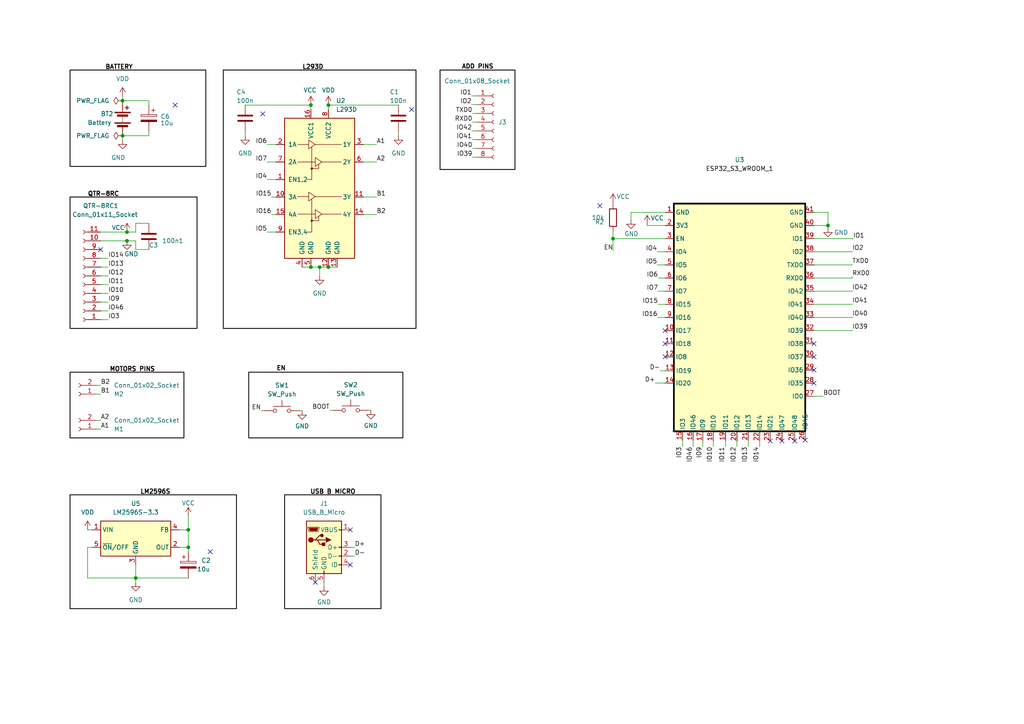
<source format=kicad_sch>
(kicad_sch (version 20231120) (generator "eeschema") (generator_version "8.0")
  (paper "A4")
  (title_block (title "LINEFOLLOWER SCHEMATIC") (date "2024-05-27") (rev "v0") (company "N/A") (comment 1 "N/A"))
  (lib_symbols
    (symbol "Connector:Conn_01x02_Socket" (pin_names (offset 1.016) hide)
      (property "Reference" "J" (at 0 2.54 0))
      (property "Value" "Conn_01x02_Socket" (at 0 -5.08 0))
      (symbol "Conn_01x02_Socket_1_1"
        (arc (start 0 -2.032) (mid -0.5058 -2.54) (end 0 -3.048) (stroke (width 0.1524)))
        (polyline (pts (xy -1.27 -2.54) (xy -0.508 -2.54)) (stroke (width 0.1524)))
        (polyline (pts (xy -1.27 0) (xy -0.508 0)) (stroke (width 0.1524)))
        (arc (start 0 0.508) (mid -0.5058 0) (end 0 -0.508) (stroke (width 0.1524)))
        (pin passive line (at -5.08 0 0) (length 3.81) (name "Pin_1") (number "1"))
        (pin passive line (at -5.08 -2.54 0) (length 3.81) (name "Pin_2") (number "2"))
      )
    )
    (symbol "Connector:Conn_01x08_Socket" (pin_names (offset 1.016) hide)
      (property "Reference" "J" (at 0 10.16 0))
      (property "Value" "Conn_01x08_Socket" (at 0 -12.7 0))
      (symbol "Conn_01x08_Socket_1_1"
        (arc (start 0 -9.652) (mid -0.5058 -10.16) (end 0 -10.668) (stroke (width 0.1524)))
        (arc (start 0 -7.112) (mid -0.5058 -7.62) (end 0 -8.128) (stroke (width 0.1524)))
        (arc (start 0 -4.572) (mid -0.5058 -5.08) (end 0 -5.588) (stroke (width 0.1524)))
        (arc (start 0 -2.032) (mid -0.5058 -2.54) (end 0 -3.048) (stroke (width 0.1524)))
        (polyline (pts (xy -1.27 -10.16) (xy -0.508 -10.16)) (stroke (width 0.1524)))
        (polyline (pts (xy -1.27 -7.62) (xy -0.508 -7.62)) (stroke (width 0.1524)))
        (polyline (pts (xy -1.27 -5.08) (xy -0.508 -5.08)) (stroke (width 0.1524)))
        (polyline (pts (xy -1.27 -2.54) (xy -0.508 -2.54)) (stroke (width 0.1524)))
        (polyline (pts (xy -1.27 0) (xy -0.508 0)) (stroke (width 0.1524)))
        (polyline (pts (xy -1.27 2.54) (xy -0.508 2.54)) (stroke (width 0.1524)))
        (polyline (pts (xy -1.27 5.08) (xy -0.508 5.08)) (stroke (width 0.1524)))
        (polyline (pts (xy -1.27 7.62) (xy -0.508 7.62)) (stroke (width 0.1524)))
        (arc (start 0 0.508) (mid -0.5058 0) (end 0 -0.508) (stroke (width 0.1524)))
        (arc (start 0 3.048) (mid -0.5058 2.54) (end 0 2.032) (stroke (width 0.1524)))
        (arc (start 0 5.588) (mid -0.5058 5.08) (end 0 4.572) (stroke (width 0.1524)))
        (arc (start 0 8.128) (mid -0.5058 7.62) (end 0 7.112) (stroke (width 0.1524)))
        (pin passive line (at -5.08 7.62 0) (length 3.81) (name "Pin_1") (number "1"))
        (pin passive line (at -5.08 5.08 0) (length 3.81) (name "Pin_2") (number "2"))
        (pin passive line (at -5.08 2.54 0) (length 3.81) (name "Pin_3") (number "3"))
        (pin passive line (at -5.08 0 0) (length 3.81) (name "Pin_4") (number "4"))
        (pin passive line (at -5.08 -2.54 0) (length 3.81) (name "Pin_5") (number "5"))
        (pin passive line (at -5.08 -5.08 0) (length 3.81) (name "Pin_6") (number "6"))
        (pin passive line (at -5.08 -7.62 0) (length 3.81) (name "Pin_7") (number "7"))
        (pin passive line (at -5.08 -10.16 0) (length 3.81) (name "Pin_8") (number "8"))
      )
    )
    (symbol "Connector:Conn_01x11_Socket" (pin_names (offset 1.016) hide)
      (property "Reference" "J" (at 0 15.24 0))
      (property "Value" "Conn_01x11_Socket" (at 0 -15.24 0))
      (symbol "Conn_01x11_Socket_1_1"
        (arc (start 0 -12.192) (mid -0.5058 -12.7) (end 0 -13.208) (stroke (width 0.1524)))
        (arc (start 0 -9.652) (mid -0.5058 -10.16) (end 0 -10.668) (stroke (width 0.1524)))
        (arc (start 0 -7.112) (mid -0.5058 -7.62) (end 0 -8.128) (stroke (width 0.1524)))
        (arc (start 0 -4.572) (mid -0.5058 -5.08) (end 0 -5.588) (stroke (width 0.1524)))
        (arc (start 0 -2.032) (mid -0.5058 -2.54) (end 0 -3.048) (stroke (width 0.1524)))
        (polyline (pts (xy -1.27 -12.7) (xy -0.508 -12.7)) (stroke (width 0.1524)))
        (polyline (pts (xy -1.27 -10.16) (xy -0.508 -10.16)) (stroke (width 0.1524)))
        (polyline (pts (xy -1.27 -7.62) (xy -0.508 -7.62)) (stroke (width 0.1524)))
        (polyline (pts (xy -1.27 -5.08) (xy -0.508 -5.08)) (stroke (width 0.1524)))
        (polyline (pts (xy -1.27 -2.54) (xy -0.508 -2.54)) (stroke (width 0.1524)))
        (polyline (pts (xy -1.27 0) (xy -0.508 0)) (stroke (width 0.1524)))
        (polyline (pts (xy -1.27 2.54) (xy -0.508 2.54)) (stroke (width 0.1524)))
        (polyline (pts (xy -1.27 5.08) (xy -0.508 5.08)) (stroke (width 0.1524)))
        (polyline (pts (xy -1.27 7.62) (xy -0.508 7.62)) (stroke (width 0.1524)))
        (polyline (pts (xy -1.27 10.16) (xy -0.508 10.16)) (stroke (width 0.1524)))
        (polyline (pts (xy -1.27 12.7) (xy -0.508 12.7)) (stroke (width 0.1524)))
        (arc (start 0 0.508) (mid -0.5058 0) (end 0 -0.508) (stroke (width 0.1524)))
        (arc (start 0 3.048) (mid -0.5058 2.54) (end 0 2.032) (stroke (width 0.1524)))
        (arc (start 0 5.588) (mid -0.5058 5.08) (end 0 4.572) (stroke (width 0.1524)))
        (arc (start 0 8.128) (mid -0.5058 7.62) (end 0 7.112) (stroke (width 0.1524)))
        (arc (start 0 10.668) (mid -0.5058 10.16) (end 0 9.652) (stroke (width 0.1524)))
        (arc (start 0 13.208) (mid -0.5058 12.7) (end 0 12.192) (stroke (width 0.1524)))
        (pin passive line (at -5.08 12.7 0) (length 3.81) (name "Pin_1") (number "1"))
        (pin passive line (at -5.08 -10.16 0) (length 3.81) (name "Pin_10") (number "10"))
        (pin passive line (at -5.08 -12.7 0) (length 3.81) (name "Pin_11") (number "11"))
        (pin passive line (at -5.08 10.16 0) (length 3.81) (name "Pin_2") (number "2"))
        (pin passive line (at -5.08 7.62 0) (length 3.81) (name "Pin_3") (number "3"))
        (pin passive line (at -5.08 5.08 0) (length 3.81) (name "Pin_4") (number "4"))
        (pin passive line (at -5.08 2.54 0) (length 3.81) (name "Pin_5") (number "5"))
        (pin passive line (at -5.08 0 0) (length 3.81) (name "Pin_6") (number "6"))
        (pin passive line (at -5.08 -2.54 0) (length 3.81) (name "Pin_7") (number "7"))
        (pin passive line (at -5.08 -5.08 0) (length 3.81) (name "Pin_8") (number "8"))
        (pin passive line (at -5.08 -7.62 0) (length 3.81) (name "Pin_9") (number "9"))
      )
    )
    (symbol "Connector:USB_B_Micro" (pin_names (offset 1.016))
      (property "Reference" "J" (at -5.08 11.43 0))
      (property "Value" "USB_B_Micro" (at -5.08 8.89 0))
      (symbol "USB_B_Micro_0_1"
        (rectangle (start -5.08 -7.62) (end 5.08 7.62) (stroke (width 0.254)) (fill (type background)))
        (circle (center -3.81 2.159) (radius 0.635) (stroke (width 0.254)) (fill (type outline)))
        (circle (center -0.635 3.429) (radius 0.381) (stroke (width 0.254)) (fill (type outline)))
        (rectangle (start -0.127 -7.62) (end 0.127 -6.858))
        (polyline (pts (xy -1.905 2.159) (xy 0.635 2.159)) (stroke (width 0.254)))
        (polyline (pts (xy -3.175 2.159) (xy -2.54 2.159) (xy -1.27 3.429) (xy -0.635 3.429)) (stroke (width 0.254)))
        (polyline (pts (xy -2.54 2.159) (xy -1.905 2.159) (xy -1.27 0.889) (xy 0 0.889)) (stroke (width 0.254)))
        (polyline (pts (xy 0.635 2.794) (xy 0.635 1.524) (xy 1.905 2.159) (xy 0.635 2.794)) (stroke (width 0.254)) (fill (type outline)))
        (polyline (pts (xy -4.318 5.588) (xy -1.778 5.588) (xy -2.032 4.826) (xy -4.064 4.826) (xy -4.318 5.588)) (fill (type outline)))
        (polyline (pts (xy -4.699 5.842) (xy -4.699 5.588) (xy -4.445 4.826) (xy -4.445 4.572) (xy -1.651 4.572) (xy -1.651 4.826) (xy -1.397 5.588) (xy -1.397 5.842) (xy -4.699 5.842)))
        (rectangle (start 0.254 1.27) (end -0.508 0.508) (stroke (width 0.254)) (fill (type outline)))
        (rectangle (start 5.08 -5.207) (end 4.318 -4.953))
        (rectangle (start 5.08 -2.667) (end 4.318 -2.413))
        (rectangle (start 5.08 -0.127) (end 4.318 0.127))
        (rectangle (start 5.08 4.953) (end 4.318 5.207))
      )
      (symbol "USB_B_Micro_1_1"
        (pin power_out line (at 7.62 5.08 180) (length 2.54) (name "VBUS") (number "1"))
        (pin bidirectional line (at 7.62 -2.54 180) (length 2.54) (name "D-") (number "2"))
        (pin bidirectional line (at 7.62 0 180) (length 2.54) (name "D+") (number "3"))
        (pin passive line (at 7.62 -5.08 180) (length 2.54) (name "ID") (number "4"))
        (pin power_out line (at 0 -10.16 90) (length 2.54) (name "GND") (number "5"))
        (pin passive line (at -2.54 -10.16 90) (length 2.54) (name "Shield") (number "6"))
      )
    )
    (symbol "Device:Battery" (pin_numbers hide) (pin_names (offset 0) hide)
      (property "Reference" "BT" (at 2.54 2.54 0))
      (property "Value" "Battery" (at 2.54 0 0))
      (symbol "Battery_0_1"
        (rectangle (start -2.286 -1.27) (end 2.286 -1.524) (fill (type outline)))
        (rectangle (start -2.286 1.778) (end 2.286 1.524) (fill (type outline)))
        (rectangle (start -1.524 -2.032) (end 1.524 -2.54) (fill (type outline)))
        (rectangle (start -1.524 1.016) (end 1.524 0.508) (fill (type outline)))
        (polyline (pts (xy 0 -1.016) (xy 0 -0.762)))
        (polyline (pts (xy 0 -0.508) (xy 0 -0.254)))
        (polyline (pts (xy 0 0) (xy 0 0.254)))
        (polyline (pts (xy 0 1.778) (xy 0 2.54)))
        (polyline (pts (xy 0.762 3.048) (xy 1.778 3.048)) (stroke (width 0.254)))
        (polyline (pts (xy 1.27 3.556) (xy 1.27 2.54)) (stroke (width 0.254)))
      )
      (symbol "Battery_1_1"
        (pin passive line (at 0 5.08 270) (length 2.54) (name "+") (number "1"))
        (pin passive line (at 0 -5.08 90) (length 2.54) (name "-") (number "2"))
      )
    )
    (symbol "Device:C" (pin_numbers hide) (pin_names (offset 0.254))
      (property "Reference" "C" (at 0.635 2.54 0))
      (property "Value" "C" (at 0.635 -2.54 0))
      (symbol "C_0_1"
        (polyline (pts (xy -2.032 -0.762) (xy 2.032 -0.762)) (stroke (width 0.508)))
        (polyline (pts (xy -2.032 0.762) (xy 2.032 0.762)) (stroke (width 0.508)))
      )
      (symbol "C_1_1"
        (pin passive line (at 0 3.81 270) (length 2.794) (name "~") (number "1"))
        (pin passive line (at 0 -3.81 90) (length 2.794) (name "~") (number "2"))
      )
    )
    (symbol "Device:C_Polarized" (pin_numbers hide) (pin_names (offset 0.254))
      (property "Reference" "C" (at 0.635 2.54 0))
      (property "Value" "C_Polarized" (at 0.635 -2.54 0))
      (symbol "C_Polarized_0_1"
        (rectangle (start -2.286 0.508) (end 2.286 1.016))
        (polyline (pts (xy -1.778 2.286) (xy -0.762 2.286)))
        (polyline (pts (xy -1.27 2.794) (xy -1.27 1.778)))
        (rectangle (start 2.286 -0.508) (end -2.286 -1.016) (fill (type outline)))
      )
      (symbol "C_Polarized_1_1"
        (pin passive line (at 0 3.81 270) (length 2.794) (name "~") (number "1"))
        (pin passive line (at 0 -3.81 90) (length 2.794) (name "~") (number "2"))
      )
    )
    (symbol "Device:R" (pin_numbers hide) (pin_names (offset 0))
      (property "Reference" "R" (at 2.032 0 90))
      (property "Value" "R" (at 0 0 90))
      (symbol "R_0_1"
        (rectangle (start -1.016 -2.54) (end 1.016 2.54) (stroke (width 0.254)))
      )
      (symbol "R_1_1"
        (pin passive line (at 0 3.81 270) (length 1.27) (name "~") (number "1"))
        (pin passive line (at 0 -3.81 90) (length 1.27) (name "~") (number "2"))
      )
    )
    (symbol "Driver_Motor:L293D" (pin_names (offset 1.016))
      (property "Reference" "U2" (at 4.7341 27.94 0))
      (property "Value" "L293D" (at 4.7341 25.4 0))
      (symbol "L293D_0_1"
        (rectangle (start -10.16 22.86) (end 10.16 -17.78) (stroke (width 0.254)) (fill (type background)))
        (circle (center -2.286 -6.858) (radius 0.254) (fill (type outline)))
        (circle (center -2.286 8.255) (radius 0.254) (fill (type outline)))
        (polyline (pts (xy -6.35 -4.953) (xy -1.27 -4.953)))
        (polyline (pts (xy -6.35 0.127) (xy -3.175 0.127)))
        (polyline (pts (xy -6.35 10.16) (xy -1.27 10.16)))
        (polyline (pts (xy -6.35 15.24) (xy -3.175 15.24)))
        (polyline (pts (xy -1.27 0.127) (xy 6.35 0.127)))
        (polyline (pts (xy -1.27 15.24) (xy 6.35 15.24)))
        (polyline (pts (xy 0.635 -4.953) (xy 6.35 -4.953)))
        (polyline (pts (xy 0.635 10.16) (xy 6.35 10.16)))
        (polyline (pts (xy -2.286 -6.858) (xy -0.254 -6.858) (xy -0.254 -5.588)))
        (polyline (pts (xy -2.286 -0.635) (xy -2.286 -10.16) (xy -3.556 -10.16)))
        (polyline (pts (xy -2.286 8.255) (xy -0.254 8.255) (xy -0.254 9.525)))
        (polyline (pts (xy -2.286 14.478) (xy -2.286 5.08) (xy -3.556 5.08)))
        (polyline (pts (xy -3.175 1.397) (xy -3.175 -1.143) (xy -1.27 0.127) (xy -3.175 1.397)))
        (polyline (pts (xy -3.175 16.51) (xy -3.175 13.97) (xy -1.27 15.24) (xy -3.175 16.51)))
        (polyline (pts (xy -1.27 -3.683) (xy -1.27 -6.223) (xy 0.635 -4.953) (xy -1.27 -3.683)))
        (polyline (pts (xy -1.27 11.43) (xy -1.27 8.89) (xy 0.635 10.16) (xy -1.27 11.43)))
      )
      (symbol "L293D_1_1"
        (pin bidirectional line (at -12.7 5.08 0) (length 2.54) (name "EN1,2") (number "1"))
        (pin bidirectional line (at -12.7 0 0) (length 2.54) (name "3A") (number "10"))
        (pin output line (at 12.7 0 180) (length 2.54) (name "3Y") (number "11"))
        (pin power_in line (at 2.54 -20.32 90) (length 2.54) (name "GND") (number "12"))
        (pin power_in line (at 5.08 -20.32 90) (length 2.54) (name "GND") (number "13"))
        (pin output line (at 12.7 -5.08 180) (length 2.54) (name "4Y") (number "14"))
        (pin bidirectional line (at -12.7 -5.08 0) (length 2.54) (name "4A") (number "15"))
        (pin power_in line (at -2.54 25.4 270) (length 2.54) (name "VCC1") (number "16"))
        (pin bidirectional line (at -12.7 15.24 0) (length 2.54) (name "1A") (number "2"))
        (pin output line (at 12.7 15.24 180) (length 2.54) (name "1Y") (number "3"))
        (pin power_in line (at -5.08 -20.32 90) (length 2.54) (name "GND") (number "4"))
        (pin power_in line (at -2.54 -20.32 90) (length 2.54) (name "GND") (number "5"))
        (pin output line (at 12.7 10.16 180) (length 2.54) (name "2Y") (number "6"))
        (pin bidirectional line (at -12.7 10.16 0) (length 2.54) (name "2A") (number "7"))
        (pin power_in line (at 2.54 25.4 270) (length 2.54) (name "VCC2") (number "8"))
        (pin bidirectional line (at -12.7 -10.16 0) (length 2.54) (name "EN3,4") (number "9"))
      )
    )
    (symbol "PWR_FLAG_1" (power) (pin_numbers hide) (pin_names (offset 0) hide)
      (property "Value" "PWR_FLAG_1" (at 0 3.81 90))
      (symbol "PWR_FLAG_1_0_1"
        (polyline (pts (xy 0 0) (xy 0 1.27) (xy -1.016 1.905) (xy 0 2.54) (xy 1.016 1.905) (xy 0 1.27)))
      )
      (symbol "PWR_FLAG_1_1_0"
        (pin input line (at 0 0 90) (length 0) (name "pwr") (number "1"))
      )
    )
    (symbol "Regulator_Switching:LM2596S-3.3"
      (property "Reference" "U5" (at 0 10.16 0))
      (property "Value" "LM2596S-3.3" (at 0 7.62 0))
      (symbol "LM2596S-3.3_0_1"
        (rectangle (start -10.16 5.08) (end 10.16 -5.08) (stroke (width 0.254)) (fill (type background)))
      )
      (symbol "LM2596S-3.3_1_1"
        (pin power_in line (at -12.7 2.54 0) (length 2.54) (name "VIN") (number "1"))
        (pin power_out line (at 12.7 -2.54 180) (length 2.54) (name "OUT") (number "2"))
        (pin power_in line (at 0 -7.62 90) (length 2.54) (name "GND") (number "3"))
        (pin input line (at 12.7 2.54 180) (length 2.54) (name "FB") (number "4"))
        (pin input line (at -12.7 -2.54 0) (length 2.54) (name "~{ON}/OFF") (number "5"))
      )
    )
    (symbol "Switch:SW_Push" (pin_numbers hide) (pin_names (offset 1.016) hide)
      (property "Reference" "SW" (at 1.27 2.54 0))
      (property "Value" "SW_Push" (at 0 -1.524 0))
      (symbol "SW_Push_0_1"
        (circle (center -2.032 0) (radius 0.508))
        (polyline (pts (xy 0 1.27) (xy 0 3.048)))
        (polyline (pts (xy 2.54 1.27) (xy -2.54 1.27)))
        (circle (center 2.032 0) (radius 0.508))
        (pin passive line (at -5.08 0 0) (length 2.54) (name "1") (number "1"))
        (pin passive line (at 5.08 0 180) (length 2.54) (name "2") (number "2"))
      )
    )
    (symbol "VCC_1" (power) (pin_names (offset 0))
      (property "Value" "VCC" (at 0 3.81 0))
      (symbol "VCC_1_0_1"
        (polyline (pts (xy -0.762 1.27) (xy 0 2.54)))
        (polyline (pts (xy 0 0) (xy 0 2.54)))
        (polyline (pts (xy 0 2.54) (xy 0.762 1.27)))
      )
      (symbol "VCC_1_1_1"
        (pin power_in line (at 0 0 90) (length 0) hide (name "VCC") (number "1"))
      )
    )
    (symbol "VCC_2" (power) (pin_names (offset 0))
      (property "Value" "VCC_2" (at -2.54 1.27 0))
      (symbol "VCC_2_0_1"
        (polyline (pts (xy -0.762 1.27) (xy 0 2.54)))
        (polyline (pts (xy 0 0) (xy 0 2.54)))
        (polyline (pts (xy 0 2.54) (xy 0.762 1.27)))
      )
      (symbol "VCC_2_1_1"
        (pin power_in line (at 0 0 90) (length 0) hide (name "VCC") (number "1"))
      )
    )
    (symbol "my_components:esp32_s3_wroom_1"
      (property "Reference" "U?" (at 19.05 78.74 0))
      (symbol "esp32_s3_wroom_1_1_1"
        (rectangle (start 0 66.04) (end 38.1 0) (stroke (width 0.5) (color 0 0 0 1)) (fill (type background)))
        (text "ESP32_S3_WROOM_1" (at 19.05 76.2 0) (effects (font (size 1.27 1.27))))
        (pin input line (at -2.54 63.5 0) (length 2.54) (name "GND") (number "1"))
        (pin input line (at -2.54 29.21 0) (length 2.54) (name "IO17") (number "10"))
        (pin input line (at -2.54 25.4 0) (length 2.54) (name "IO18") (number "11"))
        (pin input line (at -2.54 21.59 0) (length 2.54) (name "IO8") (number "12"))
        (pin input line (at -2.4719 17.5528 0) (length 2.54) (name "IO19") (number "13"))
        (pin input line (at -2.54 13.97 0) (length 2.54) (name "IO20") (number "14"))
        (pin input line (at 2.54 -2.54 90) (length 2.54) (name "IO3") (number "15"))
        (pin input line (at 5.588 -2.667 90) (length 2.54) (name "IO46") (number "16"))
        (pin input line (at 8.382 -2.794 90) (length 2.54) (name "IO9") (number "17"))
        (pin input line (at 11.43 -2.794 90) (length 2.54) (name "IO10") (number "18"))
        (pin input line (at 14.986 -2.667 90) (length 2.54) (name "IO11") (number "19"))
        (pin input line (at -2.54 59.69 0) (length 2.54) (name "3V3") (number "2"))
        (pin input line (at 18.288 -2.794 90) (length 2.54) (name "IO12") (number "20"))
        (pin input line (at 21.59 -2.667 90) (length 2.54) (name "IO13") (number "21"))
        (pin input line (at 24.892 -2.794 90) (length 2.54) (name "IO14") (number "22"))
        (pin input line (at 27.94 -2.794 90) (length 2.54) (name "IO21") (number "23"))
        (pin input line (at 31.369 -2.794 90) (length 2.54) (name "IO47") (number "24"))
        (pin input line (at 35.052 -2.794 90) (length 2.54) (name "IO48") (number "25"))
        (pin input line (at 38.1 -2.54 90) (length 2.54) (name "IO45") (number "26"))
        (pin input line (at 40.64 10.16 180) (length 2.54) (name "IO0") (number "27"))
        (pin input line (at 40.64 13.97 180) (length 2.54) (name "IO35") (number "28"))
        (pin input line (at 40.64 17.78 180) (length 2.54) (name "IO36") (number "29"))
        (pin input line (at -2.54 55.88 0) (length 2.54) (name "EN") (number "3"))
        (pin input line (at 40.64 21.59 180) (length 2.54) (name "IO37") (number "30"))
        (pin input line (at 40.64 25.4 180) (length 2.54) (name "IO38") (number "31"))
        (pin input line (at 40.64 29.21 180) (length 2.54) (name "IO39") (number "32"))
        (pin input line (at 40.64 33.02 180) (length 2.54) (name "IO40") (number "33"))
        (pin input line (at 40.64 36.83 180) (length 2.54) (name "IO41") (number "34"))
        (pin input line (at 40.64 40.64 180) (length 2.54) (name "IO42") (number "35"))
        (pin input line (at 40.64 44.45 180) (length 2.54) (name "RXD0") (number "36"))
        (pin input line (at 40.64 48.26 180) (length 2.54) (name "TXD0") (number "37"))
        (pin input line (at 40.64 52.07 180) (length 2.54) (name "IO2") (number "38"))
        (pin input line (at 40.64 55.88 180) (length 2.54) (name "IO1") (number "39"))
        (pin input line (at -2.54 52.07 0) (length 2.54) (name "IO4") (number "4"))
        (pin input line (at 40.64 59.69 180) (length 2.54) (name "GND") (number "40"))
        (pin input line (at 40.64 63.5 180) (length 2.54) (name "GND") (number "41"))
        (pin input line (at -2.54 48.26 0) (length 2.54) (name "IO5") (number "5"))
        (pin input line (at -2.54 44.45 0) (length 2.54) (name "IO6") (number "6"))
        (pin input line (at -2.54 40.64 0) (length 2.54) (name "IO7") (number "7"))
        (pin input line (at -2.54 36.83 0) (length 2.54) (name "IO15") (number "8"))
        (pin input line (at -2.54 33.02 0) (length 2.54) (name "IO16") (number "9"))
      )
    )
    (symbol "power:GND" (power) (pin_names (offset 0))
      (property "Value" "GND" (at 0 -3.81 0))
      (symbol "GND_0_1"
        (polyline (pts (xy 0 0) (xy 0 -1.27) (xy 1.27 -1.27) (xy 0 -2.54) (xy -1.27 -1.27) (xy 0 -1.27)))
      )
      (symbol "GND_1_1"
        (pin power_in line (at 0 0 270) (length 0) hide (name "GND") (number "1"))
      )
    )
    (symbol "power:PWR_FLAG" (power) (pin_numbers hide) (pin_names (offset 0) hide)
      (property "Value" "PWR_FLAG" (at 0 3.81 0))
      (symbol "PWR_FLAG_0_0"
        (pin power_out line (at 0 0 90) (length 0) (name "pwr") (number "1"))
      )
      (symbol "PWR_FLAG_0_1"
        (polyline (pts (xy 0 0) (xy 0 1.27) (xy -1.016 1.905) (xy 0 2.54) (xy 1.016 1.905) (xy 0 1.27)))
      )
    )
    (symbol "power:VCC" (power) (pin_names (offset 0))
      (property "Value" "VCC" (at 0 3.81 0))
      (symbol "VCC_0_1"
        (polyline (pts (xy -0.762 1.27) (xy 0 2.54)))
        (polyline (pts (xy 0 0) (xy 0 2.54)))
        (polyline (pts (xy 0 2.54) (xy 0.762 1.27)))
      )
      (symbol "VCC_1_1"
        (pin power_in line (at 0 0 90) (length 0) hide (name "VCC") (number "1"))
      )
    )
    (symbol "power:VDD" (power) (pin_names (offset 0))
      (property "Value" "VDD" (at 0 3.81 0))
      (symbol "VDD_0_1"
        (polyline (pts (xy -0.762 1.27) (xy 0 2.54)))
        (polyline (pts (xy 0 0) (xy 0 2.54)))
        (polyline (pts (xy 0 2.54) (xy 0.762 1.27)))
      )
      (symbol "VDD_1_1"
        (pin power_in line (at 0 0 90) (length 0) hide (name "VDD") (number "1"))
      )
    )
  )
  (junction (at 177.8 69.215))
  (junction (at 95.25 30.48))
  (junction (at 36.83 69.85))
  (junction (at 39.37 167.64))
  (junction (at 36.83 67.31))
  (junction (at 95.25 77.47))
  (junction (at 240.157 65.405))
  (junction (at 35.56 39.37))
  (junction (at 54.61 158.75))
  (junction (at 54.61 153.67))
  (junction (at 35.56 29.21))
  (junction (at 90.17 30.48))
  (junction (at 92.71 77.47))
  (junction (at 90.17 77.47))
  (no_connect (at 192.913 99.695))
  (no_connect (at 60.96 160.02))
  (no_connect (at 192.913 95.885))
  (no_connect (at 91.44 168.91))
  (no_connect (at 223.393 127.889))
  (no_connect (at 192.913 103.505))
  (no_connect (at 119.38 31.75))
  (no_connect (at 101.6 163.83))
  (no_connect (at 29.21 72.39))
  (no_connect (at 230.505 127.889))
  (no_connect (at 236.093 107.315))
  (no_connect (at 76.2 33.02))
  (no_connect (at 50.8 30.48))
  (no_connect (at 226.822 127.889))
  (no_connect (at 236.093 111.125))
  (no_connect (at 233.553 127.635))
  (no_connect (at 236.093 99.695))
  (no_connect (at 173.99 59.69))
  (no_connect (at 101.6 153.67))
  (no_connect (at 236.093 103.505))
  (wire (pts (xy 75.692 119.126) (xy 76.708 119.126)))
  (wire (pts (xy 105.41 41.91) (xy 109.22 41.91)))
  (wire (pts (xy 78.74 62.23) (xy 80.01 62.23)))
  (wire (pts (xy 247.142 84.455) (xy 247.142 84.328)))
  (wire (pts (xy 190.627 73.025) (xy 192.913 73.025)))
  (wire (pts (xy 192.913 61.595) (xy 183.007 61.595)))
  (wire (pts (xy 247.142 80.645) (xy 247.142 80.264)))
  (wire (pts (xy 247.142 92.075) (xy 247.142 91.948)))
  (wire (pts (xy 43.18 72.39) (xy 39.37 72.39)))
  (wire (pts (xy 29.21 85.09) (xy 31.369 85.09)))
  (wire (pts (xy 190.754 92.075) (xy 192.913 92.075)))
  (wire (pts (xy 35.56 27.94) (xy 35.56 29.21)))
  (wire (pts (xy 29.21 80.01) (xy 31.369 80.01)))
  (wire (pts (xy 36.83 67.31) (xy 39.37 67.31)))
  (wire (pts (xy 177.8 58.801) (xy 177.8 59.309)))
  (wire (pts (xy 190.881 88.265) (xy 192.913 88.265)))
  (wire (pts (xy 39.37 64.77) (xy 39.37 67.31)))
  (wire (pts (xy 92.71 77.47) (xy 95.25 77.47)))
  (wire (pts (xy 43.18 38.1) (xy 43.18 39.37)))
  (wire (pts (xy 247.142 88.265) (xy 247.142 88.138)))
  (wire (pts (xy 43.18 29.21) (xy 35.56 29.21)))
  (wire (pts (xy 29.21 92.71) (xy 31.369 92.71)))
  (wire (pts (xy 236.093 73.025) (xy 247.142 73.025)))
  (wire (pts (xy 236.093 69.215) (xy 247.396 69.215)))
  (wire (pts (xy 187.706 65.405) (xy 192.913 65.405)))
  (wire (pts (xy 39.37 168.91) (xy 39.37 167.64)))
  (wire (pts (xy 54.61 153.67) (xy 54.61 158.75)))
  (wire (pts (xy 192.786 111.0982) (xy 190.0601 111.0982)))
  (wire (pts (xy 43.18 30.48) (xy 43.18 29.21)))
  (wire (pts (xy 236.093 76.835) (xy 247.142 76.835)))
  (wire (pts (xy 86.868 119.126) (xy 87.63 119.126)))
  (wire (pts (xy 52.07 158.75) (xy 54.61 158.75)))
  (wire (pts (xy 95.25 30.48) (xy 115.57 30.48)))
  (wire (pts (xy 26.67 158.75) (xy 25.4 158.75)))
  (wire (pts (xy 201.041 127.762) (xy 201.041 129.54)))
  (wire (pts (xy 197.993 127.635) (xy 197.993 129.54)))
  (wire (pts (xy 77.47 41.91) (xy 80.01 41.91)))
  (wire (pts (xy 95.25 77.47) (xy 97.79 77.47)))
  (wire (pts (xy 93.98 168.91) (xy 93.98 170.18)))
  (wire (pts (xy 29.21 90.17) (xy 31.369 90.17)))
  (wire (pts (xy 105.41 62.23) (xy 109.22 62.23)))
  (wire (pts (xy 25.4 158.75) (xy 25.4 167.64)))
  (wire (pts (xy 27.94 124.46) (xy 29.21 124.46)))
  (wire (pts (xy 71.12 30.48) (xy 90.17 30.48)))
  (wire (pts (xy 25.4 153.67) (xy 26.67 153.67)))
  (wire (pts (xy 137.033 35.433) (xy 138.176 35.433)))
  (wire (pts (xy 77.47 46.99) (xy 80.01 46.99)))
  (wire (pts (xy 29.21 67.31) (xy 36.83 67.31)))
  (wire (pts (xy 247.142 76.835) (xy 247.142 76.708)))
  (wire (pts (xy 236.093 92.075) (xy 247.142 92.075)))
  (wire (pts (xy 54.61 149.733) (xy 54.61 153.67)))
  (wire (pts (xy 71.12 38.1) (xy 71.12 39.37)))
  (wire (pts (xy 191.4571 107.5422) (xy 192.9811 107.5422)))
  (wire (pts (xy 27.94 114.3) (xy 29.21 114.3)))
  (wire (pts (xy 77.47 52.07) (xy 80.01 52.07)))
  (wire (pts (xy 80.01 67.31) (xy 77.47 67.31)))
  (wire (pts (xy 247.142 95.885) (xy 247.142 95.758)))
  (wire (pts (xy 39.37 69.85) (xy 36.83 69.85)))
  (wire (pts (xy 240.157 65.405) (xy 240.157 61.595)))
  (wire (pts (xy 106.807 118.999) (xy 107.569 118.999)))
  (wire (pts (xy 213.741 127.889) (xy 213.741 129.54)))
  (wire (pts (xy 101.6 161.29) (xy 102.87 161.29)))
  (wire (pts (xy 90.17 30.48) (xy 90.17 31.75)))
  (wire (pts (xy 29.21 82.55) (xy 31.369 82.55)))
  (wire (pts (xy 43.18 39.37) (xy 35.56 39.37)))
  (wire (pts (xy 105.41 46.99) (xy 109.22 46.99)))
  (wire (pts (xy 115.57 38.1) (xy 115.57 39.37)))
  (wire (pts (xy 137.033 32.893) (xy 138.176 32.893)))
  (wire (pts (xy 29.21 77.47) (xy 31.369 77.47)))
  (wire (pts (xy 29.21 74.93) (xy 31.369 74.93)))
  (wire (pts (xy 192.786 111.125) (xy 192.913 111.125)))
  (wire (pts (xy 177.8 69.215) (xy 177.8 72.771)))
  (wire (pts (xy 137.033 43.053) (xy 138.176 43.053)))
  (wire (pts (xy 95.25 30.48) (xy 95.25 31.75)))
  (wire (pts (xy 236.093 95.885) (xy 247.142 95.885)))
  (wire (pts (xy 35.56 39.37) (xy 35.56 40.64)))
  (wire (pts (xy 236.093 65.405) (xy 240.157 65.405)))
  (wire (pts (xy 177.8 69.215) (xy 192.913 69.215)))
  (wire (pts (xy 136.779 27.813) (xy 138.176 27.813)))
  (wire (pts (xy 217.043 127.762) (xy 217.043 129.54)))
  (wire (pts (xy 78.74 57.15) (xy 80.01 57.15)))
  (wire (pts (xy 240.157 66.167) (xy 240.157 65.405)))
  (wire (pts (xy 236.093 114.935) (xy 238.76 114.935)))
  (wire (pts (xy 29.21 69.85) (xy 36.83 69.85)))
  (wire (pts (xy 247.142 73.025) (xy 247.142 72.898)))
  (wire (pts (xy 54.61 158.75) (xy 54.61 160.02)))
  (wire (pts (xy 136.906 37.973) (xy 138.176 37.973)))
  (wire (pts (xy 25.4 167.64) (xy 39.37 167.64)))
  (wire (pts (xy 236.093 80.645) (xy 247.142 80.645)))
  (wire (pts (xy 236.093 84.455) (xy 247.142 84.455)))
  (wire (pts (xy 220.345 127.889) (xy 220.345 129.54)))
  (wire (pts (xy 39.37 163.83) (xy 39.37 167.64)))
  (wire (pts (xy 187.706 65.024) (xy 187.706 65.405)))
  (wire (pts (xy 190.881 80.645) (xy 192.913 80.645)))
  (wire (pts (xy 27.94 121.92) (xy 29.21 121.92)))
  (wire (pts (xy 203.835 127.889) (xy 203.835 129.54)))
  (wire (pts (xy 137.033 45.593) (xy 138.176 45.593)))
  (wire (pts (xy 236.093 61.595) (xy 240.157 61.595)))
  (wire (pts (xy 177.8 66.929) (xy 177.8 69.215)))
  (wire (pts (xy 92.71 77.47) (xy 92.71 80.01)))
  (wire (pts (xy 183.007 61.595) (xy 183.007 63.754)))
  (wire (pts (xy 247.396 69.215) (xy 247.396 69.342)))
  (wire (pts (xy 190.627 76.835) (xy 192.913 76.835)))
  (wire (pts (xy 236.093 88.265) (xy 247.142 88.265)))
  (wire (pts (xy 39.37 167.64) (xy 54.61 167.64)))
  (wire (pts (xy 90.17 77.47) (xy 92.71 77.47)))
  (wire (pts (xy 210.439 127.762) (xy 210.439 129.54)))
  (wire (pts (xy 95.631 118.999) (xy 96.647 118.999)))
  (wire (pts (xy 192.786 111.125) (xy 192.786 111.0982)))
  (wire (pts (xy 105.41 57.15) (xy 109.22 57.15)))
  (wire (pts (xy 27.94 111.76) (xy 29.21 111.76)))
  (wire (pts (xy 29.21 87.63) (xy 31.369 87.63)))
  (wire (pts (xy 43.18 64.77) (xy 39.37 64.77)))
  (wire (pts (xy 101.6 158.75) (xy 102.87 158.75)))
  (wire (pts (xy 136.906 40.513) (xy 138.176 40.513)))
  (wire (pts (xy 206.883 127.889) (xy 206.883 129.54)))
  (wire (pts (xy 190.881 84.455) (xy 192.913 84.455)))
  (wire (pts (xy 136.779 30.353) (xy 138.176 30.353)))
  (wire (pts (xy 52.07 153.67) (xy 54.61 153.67)))
  (wire (pts (xy 87.63 77.47) (xy 90.17 77.47)))
  (wire (pts (xy 39.37 72.39) (xy 39.37 69.85)))
  (rectangle (start 64.77 20.32) (end 120.65 95.25) (stroke (width 0.25) (color 12 0 0 1)))
  (rectangle (start 82.55 143.51) (end 110.49 176.53) (stroke (width 0.25) (color 12 0 0 1)))
  (rectangle (start 127.635 20.32) (end 149.352 49.149) (stroke (width 0.25) (color 12 0 0 1)))
  (rectangle (start 20.32 107.95) (end 53.34 127) (stroke (width 0.25) (color 12 0 0 1)))
  (rectangle (start 20.32 57.15) (end 57.15 95.25) (stroke (width 0.25) (color 12 0 0 1)))
  (rectangle (start 20.32 20.32) (end 59.69 48.26) (stroke (width 0.25) (color 12 0 0 1)))
  (rectangle (start 20.32 143.51) (end 68.58 176.53) (stroke (width 0.25) (color 12 0 0 1)))
  (rectangle (start 72.136 107.95) (end 116.84 127) (stroke (width 0.25) (color 12 0 0 1)))
  (text "L293D" (at 87.63 20.32 0) (effects (font (size 1.27 1.27) (thickness 0.254) (bold yes)) (justify left bottom)))
  (text "LM2596S" (at 40.64 143.51 0) (effects (font (size 1.27 1.27) (thickness 0.254) (bold yes)) (justify left bottom)))
  (text "ADD PINS" (at 133.858 20.193 0) (effects (font (size 1.27 1.27) (thickness 0.254) (bold yes)) (justify left bottom)))
  (text "QTR-8RC" (at 25.4 57.15 0) (effects (font (size 1.27 1.27) (thickness 0.254) (bold yes)) (justify left bottom)))
  (text "EN" (at 80.137 107.696 0) (effects (font (size 1.27 1.27) (thickness 0.254) (bold yes)) (justify left bottom)))
  (text "BATTERY" (at 30.48 20.32 0) (effects (font (size 1.27 1.27) (thickness 0.254) (bold yes)) (justify left bottom)))
  (text "USB B MICRO" (at 89.916 143.51 0) (effects (font (size 1.27 1.27) (thickness 0.254) (bold yes)) (justify left bottom)))
  (text "MOTORS PINS" (at 31.75 107.95 0) (effects (font (size 1.27 1.27) (thickness 0.254) (bold yes)) (justify left bottom)))
  (label "IO6" (at 77.47 41.91 180))
  (label "IO13" (at 217.043 129.54 270))
  (label "D-" (at 191.4571 107.5422 180))
  (label "IO14" (at 220.345 129.54 270))
  (label "IO3" (at 197.993 129.54 270))
  (label "BOOT" (at 95.631 118.999 180))
  (label "B1" (at 29.21 114.3 0))
  (label "TXD0" (at 247.142 76.708 0))
  (label "A2" (at 109.22 46.99 0))
  (label "IO11" (at 210.439 129.54 270))
  (label "IO3" (at 31.369 92.71 0))
  (label "IO14" (at 31.369 74.93 0))
  (label "B2" (at 29.21 111.76 0))
  (label "RXD0" (at 137.033 35.433 180))
  (label "RXD0" (at 247.142 80.264 0))
  (label "IO42" (at 136.906 37.973 180))
  (label "IO7" (at 77.47 46.99 180))
  (label "EN" (at 75.692 119.126 180))
  (label "IO40" (at 247.142 91.948 0))
  (label "IO12" (at 213.741 129.54 270))
  (label "IO16" (at 78.74 62.23 180))
  (label "IO10" (at 31.369 85.09 0))
  (label "B2" (at 109.22 62.23 0))
  (label "IO1" (at 136.779 27.813 180))
  (label "D+" (at 190.0601 111.0982 180))
  (label "BOOT" (at 238.76 114.935 0))
  (label "IO42" (at 247.142 84.328 0))
  (label "IO39" (at 137.033 45.593 180))
  (label "IO2" (at 247.142 72.898 0))
  (label "IO6" (at 190.881 80.645 180))
  (label "D+" (at 102.87 158.75 0))
  (label "IO5" (at 77.47 67.31 180))
  (label "IO40" (at 137.033 43.053 180))
  (label "IO9" (at 31.369 87.63 0))
  (label "IO1" (at 247.396 69.342 0))
  (label "A2" (at 29.21 121.92 0))
  (label "IO46" (at 31.369 90.17 0))
  (label "IO16" (at 190.754 92.075 180))
  (label "IO39" (at 247.142 95.758 0))
  (label "IO11" (at 31.369 82.55 0))
  (label "A1" (at 109.22 41.91 0))
  (label "IO15" (at 78.74 57.15 180))
  (label "IO2" (at 136.779 30.353 180))
  (label "IO13" (at 31.369 77.47 0))
  (label "A1" (at 29.21 124.46 0))
  (label "IO4" (at 190.627 73.025 180))
  (label "IO12" (at 31.369 80.01 0))
  (label "IO5" (at 190.627 76.835 180))
  (label "IO7" (at 190.881 84.455 180))
  (label "B1" (at 109.22 57.15 0))
  (label "IO46" (at 201.041 129.54 270))
  (label "IO41" (at 247.142 88.138 0))
  (label "IO9" (at 203.835 129.54 270))
  (label "EN" (at 177.8 72.771 180))
  (label "D-" (at 102.87 161.29 0))
  (label "IO4" (at 77.47 52.07 180))
  (label "IO41" (at 136.906 40.513 180))
  (label "IO15" (at 190.881 88.265 180))
  (label "TXD0" (at 137.033 32.893 180))
  (label "IO10" (at 206.883 129.54 270))
  (symbol (lib_id "Switch:SW_Push") (at 101.727 118.999 0) (unit 1)
    (property "Reference" "SW2" (at 101.727 111.633 0))
    (property "Value" "SW_Push" (at 101.727 114.173 0))
    (property "Footprint" "Button_Switch_THT:SW_PUSH_6mm" (effects (hide yes)))
  )
  (symbol (lib_id "power:VDD") (at 95.25 30.48 0) (unit 1)
    (property "Reference" "#PWR013" (effects (hide yes)))
    (property "Value" "VDD" (at 95.25 26.162 0))
  )
  (symbol (lib_id "Device:C") (at 115.57 34.29 0) (unit 1)
    (property "Reference" "C1" (at 113.03 26.67 0) (effects (justify left)))
    (property "Value" "100n" (at 113.03 29.21 0) (effects (justify left)))
    (property "Footprint" "Capacitor_SMD:C_1206_3216Metric_Pad1.33x1.80mm_HandSolder" (effects (hide yes)))
  )
  (symbol (lib_id "Regulator_Switching:LM2596S-3.3") (at 39.37 156.21 0) (unit 1)
    (property "Reference" "U5" (at 39.37 146.05 0))
    (property "Value" "LM2596S-3.3" (at 39.37 148.59 0))
    (property "Footprint" "Package_TO_SOT_SMD:TO-263-5_TabPin3" (effects (hide yes)))
    (property "Datasheet" "http://www.ti.com/lit/ds/symlink/lm2596.pdf" (effects (hide yes)))
  )
  (symbol (lib_name "PWR_FLAG_1") (lib_id "power:PWR_FLAG") (at 35.56 39.37 90) (unit 1)
    (property "Reference" "#FLG04" (effects (hide yes)))
    (property "Value" "PWR_FLAG" (at 31.75 39.37 90) (effects (justify left)))
  )
  (symbol (lib_id "Connector:USB_B_Micro") (at 93.98 158.75 0) (unit 1)
    (property "Reference" "J1" (at 93.98 146.05 0))
    (property "Value" "USB_B_Micro" (at 93.98 148.59 0))
    (property "Footprint" "Connector_USB:USB_Micro-B_Amphenol_10118193-0001LF_Horizontal" (effects (hide yes)))
  )
  (symbol (lib_id "Connector:Conn_01x02_Socket") (at 22.86 114.3 180) (unit 1)
    (property "Reference" "M2" (at 33.02 114.3 0) (effects (justify right)))
    (property "Value" "Conn_01x02_Socket" (at 33.02 111.76 0) (effects (justify right)))
    (property "Footprint" "Connector_PinSocket_2.54mm:PinSocket_1x02_P2.54mm_Vertical" (effects (hide yes)))
  )
  (symbol (lib_id "Device:Battery") (at 35.56 34.29 0) (unit 1)
    (property "Reference" "BT2" (at 29.21 33.02 0) (effects (justify left)))
    (property "Value" "Battery" (at 25.4 35.56 0) (effects (justify left)))
    (property "Footprint" "Connector_PinHeader_2.54mm:PinHeader_1x02_P2.54mm_Vertical" (effects (hide yes)))
  )
  (symbol (lib_id "power:GND") (at 71.12 39.37 0) (unit 1)
    (property "Reference" "#PWR019" (effects (hide yes)))
    (property "Value" "GND" (at 71.12 44.45 0))
  )
  (symbol (lib_id "Device:C_Polarized") (at 43.18 34.29 0) (mirror y) (unit 1)
    (property "Reference" "C6" (at 49.276 33.782 0) (effects (justify left)))
    (property "Value" "10u" (at 50.292 35.687 0) (effects (justify left)))
    (property "Footprint" "Capacitor_SMD:C_1206_3216Metric_Pad1.33x1.80mm_HandSolder" (effects (hide yes)))
  )
  (symbol (lib_id "power:GND") (at 183.007 63.754 0) (unit 1)
    (property "Reference" "#PWR012" (effects (hide yes)))
    (property "Value" "GND" (at 183.134 67.818 0))
  )
  (symbol (lib_id "power:GND") (at 36.83 69.85 0) (unit 1)
    (property "Reference" "#PWR02" (effects (hide yes)))
    (property "Value" "GND" (at 38.1 73.66 0))
  )
  (symbol (lib_id "Switch:SW_Push") (at 81.788 119.126 0) (unit 1)
    (property "Reference" "SW1" (at 81.788 111.76 0))
    (property "Value" "SW_Push" (at 81.788 114.3 0))
    (property "Footprint" "Button_Switch_THT:SW_PUSH_6mm" (effects (hide yes)))
  )
  (symbol (lib_id "power:VCC") (at 90.17 30.48 0) (unit 1)
    (property "Reference" "#PWR01" (effects (hide yes)))
    (property "Value" "VCC" (at 89.916 26.162 0))
  )
  (symbol (lib_id "Connector:Conn_01x02_Socket") (at 22.86 124.46 180) (unit 1)
    (property "Reference" "M1" (at 33.02 124.46 0) (effects (justify right)))
    (property "Value" "Conn_01x02_Socket" (at 33.02 121.92 0) (effects (justify right)))
    (property "Footprint" "Connector_PinSocket_2.54mm:PinSocket_1x02_P2.54mm_Vertical" (effects (hide yes)))
  )
  (symbol (lib_id "my_components:esp32_s3_wroom_1") (at 195.453 125.095 0) (unit 1)
    (property "Reference" "U3" (at 214.503 46.355 0))
    (property "Value" "~" (at 195.453 125.095 0))
    (property "Footprint" "MyParts:esp3_s3_wroom_1" (effects (hide yes)))
    (property "Datasheet" "https://www.espressif.com/sites/default/files/documentation/esp32-s3-wroom-1_wroom-1u_datasheet_en.pdf" (effects (hide yes)))
  )
  (symbol (lib_id "power:GND") (at 93.98 170.18 0) (unit 1)
    (property "Reference" "#PWR05" (effects (hide yes)))
    (property "Value" "GND" (at 93.98 174.625 0))
  )
  (symbol (lib_id "power:GND") (at 39.37 168.91 0) (unit 1)
    (property "Reference" "#PWR04" (effects (hide yes)))
    (property "Value" "GND" (at 39.37 173.99 0))
  )
  (symbol (lib_id "power:GND") (at 107.569 118.999 0) (unit 1)
    (property "Reference" "#PWR010" (effects (hide yes)))
    (property "Value" "GND" (at 107.569 123.444 0))
  )
  (symbol (lib_id "Connector:Conn_01x11_Socket") (at 24.13 80.01 180) (unit 1)
    (property "Reference" "QTR-8RC1" (at 29.21 59.69 0))
    (property "Value" "Conn_01x11_Socket" (at 30.48 62.23 0))
    (property "Footprint" "Connector_PinSocket_2.54mm:PinSocket_1x11_P2.54mm_Vertical" (effects (hide yes)))
  )
  (symbol (lib_id "Device:C") (at 71.12 34.29 0) (unit 1)
    (property "Reference" "C4" (at 68.58 26.67 0) (effects (justify left)))
    (property "Value" "100n" (at 68.58 29.21 0) (effects (justify left)))
    (property "Footprint" "Capacitor_SMD:C_1206_3216Metric_Pad1.33x1.80mm_HandSolder" (effects (hide yes)))
  )
  (symbol (lib_id "Device:C_Polarized") (at 54.61 163.83 0) (unit 1)
    (property "Reference" "C2" (at 58.42 162.56 0) (effects (justify left)))
    (property "Value" "10u" (at 57.15 165.1 0) (effects (justify left)))
    (property "Footprint" "Capacitor_SMD:C_1206_3216Metric_Pad1.33x1.80mm_HandSolder" (effects (hide yes)))
  )
  (symbol (lib_name "VCC_2") (lib_id "power:VCC") (at 36.83 67.31 0) (unit 1)
    (property "Reference" "#PWR03" (effects (hide yes)))
    (property "Value" "VCC" (at 34.29 66.04 0))
  )
  (symbol (lib_id "Device:R") (at 177.8 63.119 0) (unit 1)
    (property "Reference" "R2" (at 175.26 64.389 0) (effects (justify right)))
    (property "Value" "10k" (at 175.26 63.119 0) (effects (justify right)))
    (property "Footprint" "Resistor_SMD:R_1206_3216Metric_Pad1.30x1.75mm_HandSolder" (effects (hide yes)))
  )
  (symbol (lib_id "power:GND") (at 35.56 40.64 0) (unit 1)
    (property "Reference" "#PWR018" (effects (hide yes)))
    (property "Value" "GND" (at 34.29 45.72 0))
  )
  (symbol (lib_id "power:GND") (at 92.71 80.01 0) (unit 1)
    (property "Reference" "#PWR017" (effects (hide yes)))
    (property "Value" "GND" (at 92.71 85.09 0))
  )
  (symbol (lib_id "power:VCC") (at 187.706 65.024 0) (unit 1)
    (property "Reference" "#PWR011" (effects (hide yes)))
    (property "Value" "VCC" (at 190.627 63.246 0))
  )
  (symbol (lib_id "power:VDD") (at 35.56 27.94 0) (unit 1)
    (property "Reference" "#PWR015" (effects (hide yes)))
    (property "Value" "VDD" (at 35.56 22.86 0))
  )
  (symbol (lib_id "power:VCC") (at 177.8 58.801 0) (unit 1)
    (property "Reference" "#PWR024" (effects (hide yes)))
    (property "Value" "VCC" (at 180.721 57.023 0))
  )
  (symbol (lib_id "power:GND") (at 115.57 39.37 0) (unit 1)
    (property "Reference" "#PWR06" (effects (hide yes)))
    (property "Value" "GND" (at 115.57 44.45 0))
  )
  (symbol (lib_id "power:PWR_FLAG") (at 35.56 29.21 90) (unit 1)
    (property "Reference" "#FLG03" (effects (hide yes)))
    (property "Value" "PWR_FLAG" (at 31.75 29.21 90) (effects (justify left)))
  )
  (symbol (lib_id "Device:C") (at 43.18 68.58 0) (unit 1)
    (property "Reference" "100n1" (at 46.99 69.85 0) (effects (justify left)))
    (property "Value" "C3" (at 43.18 71.12 0) (effects (justify left)))
    (property "Footprint" "Capacitor_SMD:C_1206_3216Metric_Pad1.33x1.80mm_HandSolder" (effects (hide yes)))
  )
  (symbol (lib_id "power:GND") (at 87.63 119.126 0) (unit 1)
    (property "Reference" "#PWR021" (effects (hide yes)))
    (property "Value" "GND" (at 87.63 123.571 0))
  )
  (symbol (lib_id "power:GND") (at 240.157 66.167 0) (unit 1)
    (property "Reference" "#PWR023" (effects (hide yes)))
    (property "Value" "GND" (at 243.967 67.437 0))
  )
  (symbol (lib_name "VCC_1") (lib_id "power:VCC") (at 54.61 149.733 0) (unit 1)
    (property "Reference" "#PWR08" (effects (hide yes)))
    (property "Value" "VCC" (at 54.61 145.923 0))
  )
  (symbol (lib_id "Driver_Motor:L293D") (at 92.71 57.15 0) (unit 1)
    (property "Reference" "U2" (at 97.4441 29.21 0) (effects (justify left)))
    (property "Value" "L293D" (at 97.4441 31.75 0) (effects (justify left)))
    (property "Footprint" "Package_DIP:DIP-16_W7.62mm" (effects (hide yes)))
    (property "Datasheet" "http://www.ti.com/lit/ds/symlink/l293.pdf" (effects (hide yes)))
    (property "Description" "Quadruple Half-H Drivers" (effects (hide yes)))
  )
  (symbol (lib_id "Connector:Conn_01x08_Socket") (at 143.256 35.433 0) (unit 1)
    (property "Reference" "J3" (at 144.526 35.433 0) (effects (justify left)))
    (property "Value" "Conn_01x08_Socket" (at 128.905 23.495 0) (effects (justify left)))
    (property "Footprint" "Connector_PinSocket_2.54mm:PinSocket_1x08_P2.54mm_Vertical" (effects (hide yes)))
  )
  (symbol (lib_id "power:VDD") (at 25.4 153.67 0) (unit 1)
    (property "Reference" "#PWR07" (effects (hide yes)))
    (property "Value" "VDD" (at 25.4 148.59 0))
  )
)
</source>
